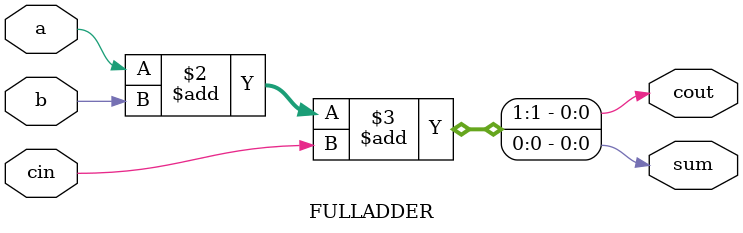
<source format=v>
module FULLADDER(
    input  a,
    input  b,
    input  cin,
    output reg sum,
    output reg cout
);
    always @(*) begin
        {cout, sum} = a + b + cin;
    end
endmodule

</source>
